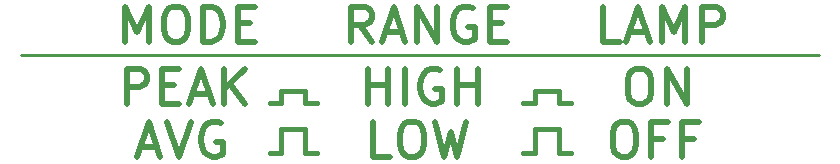
<source format=gbr>
%TF.GenerationSoftware,KiCad,Pcbnew,7.0.5-0*%
%TF.CreationDate,2024-04-21T21:04:40-04:00*%
%TF.ProjectId,swr_meter_top,7377725f-6d65-4746-9572-5f746f702e6b,rev?*%
%TF.SameCoordinates,Original*%
%TF.FileFunction,Legend,Top*%
%TF.FilePolarity,Positive*%
%FSLAX46Y46*%
G04 Gerber Fmt 4.6, Leading zero omitted, Abs format (unit mm)*
G04 Created by KiCad (PCBNEW 7.0.5-0) date 2024-04-21 21:04:40*
%MOMM*%
%LPD*%
G01*
G04 APERTURE LIST*
%ADD10C,0.400000*%
%ADD11C,0.250000*%
%ADD12C,0.500000*%
G04 APERTURE END LIST*
D10*
X128315882Y-95749992D02*
X129315882Y-95749992D01*
X147815882Y-93749992D02*
X149815882Y-93749992D01*
X126315882Y-93749992D02*
X128315882Y-93749992D01*
X149815882Y-90499992D02*
X149815882Y-91499992D01*
X147815882Y-95749992D02*
X147815882Y-93749992D01*
X128315882Y-93749992D02*
X128315882Y-95749992D01*
X126315882Y-90499992D02*
X128315882Y-90499992D01*
X149815882Y-91499992D02*
X150815882Y-91499992D01*
X126315882Y-91499992D02*
X126315882Y-90499992D01*
X146815882Y-91499992D02*
X147815882Y-91499992D01*
X128315882Y-90499992D02*
X128315882Y-91499992D01*
X146815882Y-95749992D02*
X147815882Y-95749992D01*
X149815882Y-93749992D02*
X149815882Y-95749992D01*
X125315882Y-95749992D02*
X126315882Y-95749992D01*
D11*
X171815882Y-87499992D02*
X104315882Y-87499992D01*
D10*
X125315882Y-91499992D02*
X126315882Y-91499992D01*
X147815882Y-90499992D02*
X149815882Y-90499992D01*
X149815882Y-95749992D02*
X150815882Y-95749992D01*
X128315882Y-91499992D02*
X129315882Y-91499992D01*
X126315882Y-95749992D02*
X126315882Y-93749992D01*
X147815882Y-91499992D02*
X147815882Y-90499992D01*
D12*
X113216256Y-91606849D02*
X113216256Y-88606849D01*
X113216256Y-88606849D02*
X114359113Y-88606849D01*
X114359113Y-88606849D02*
X114644828Y-88749706D01*
X114644828Y-88749706D02*
X114787685Y-88892563D01*
X114787685Y-88892563D02*
X114930542Y-89178277D01*
X114930542Y-89178277D02*
X114930542Y-89606849D01*
X114930542Y-89606849D02*
X114787685Y-89892563D01*
X114787685Y-89892563D02*
X114644828Y-90035420D01*
X114644828Y-90035420D02*
X114359113Y-90178277D01*
X114359113Y-90178277D02*
X113216256Y-90178277D01*
X116216256Y-90035420D02*
X117216256Y-90035420D01*
X117644828Y-91606849D02*
X116216256Y-91606849D01*
X116216256Y-91606849D02*
X116216256Y-88606849D01*
X116216256Y-88606849D02*
X117644828Y-88606849D01*
X118787685Y-90749706D02*
X120216257Y-90749706D01*
X118501971Y-91606849D02*
X119501971Y-88606849D01*
X119501971Y-88606849D02*
X120501971Y-91606849D01*
X121501971Y-91606849D02*
X121501971Y-88606849D01*
X123216257Y-91606849D02*
X121930543Y-89892563D01*
X123216257Y-88606849D02*
X121501971Y-90321134D01*
X133644827Y-91606849D02*
X133644827Y-88606849D01*
X133644827Y-90035420D02*
X135359113Y-90035420D01*
X135359113Y-91606849D02*
X135359113Y-88606849D01*
X136787684Y-91606849D02*
X136787684Y-88606849D01*
X139787684Y-88749706D02*
X139501970Y-88606849D01*
X139501970Y-88606849D02*
X139073398Y-88606849D01*
X139073398Y-88606849D02*
X138644827Y-88749706D01*
X138644827Y-88749706D02*
X138359112Y-89035420D01*
X138359112Y-89035420D02*
X138216255Y-89321134D01*
X138216255Y-89321134D02*
X138073398Y-89892563D01*
X138073398Y-89892563D02*
X138073398Y-90321134D01*
X138073398Y-90321134D02*
X138216255Y-90892563D01*
X138216255Y-90892563D02*
X138359112Y-91178277D01*
X138359112Y-91178277D02*
X138644827Y-91463992D01*
X138644827Y-91463992D02*
X139073398Y-91606849D01*
X139073398Y-91606849D02*
X139359112Y-91606849D01*
X139359112Y-91606849D02*
X139787684Y-91463992D01*
X139787684Y-91463992D02*
X139930541Y-91321134D01*
X139930541Y-91321134D02*
X139930541Y-90321134D01*
X139930541Y-90321134D02*
X139359112Y-90321134D01*
X141216255Y-91606849D02*
X141216255Y-88606849D01*
X141216255Y-90035420D02*
X142930541Y-90035420D01*
X142930541Y-91606849D02*
X142930541Y-88606849D01*
X156359111Y-88606849D02*
X156930539Y-88606849D01*
X156930539Y-88606849D02*
X157216254Y-88749706D01*
X157216254Y-88749706D02*
X157501968Y-89035420D01*
X157501968Y-89035420D02*
X157644825Y-89606849D01*
X157644825Y-89606849D02*
X157644825Y-90606849D01*
X157644825Y-90606849D02*
X157501968Y-91178277D01*
X157501968Y-91178277D02*
X157216254Y-91463992D01*
X157216254Y-91463992D02*
X156930539Y-91606849D01*
X156930539Y-91606849D02*
X156359111Y-91606849D01*
X156359111Y-91606849D02*
X156073397Y-91463992D01*
X156073397Y-91463992D02*
X155787682Y-91178277D01*
X155787682Y-91178277D02*
X155644825Y-90606849D01*
X155644825Y-90606849D02*
X155644825Y-89606849D01*
X155644825Y-89606849D02*
X155787682Y-89035420D01*
X155787682Y-89035420D02*
X156073397Y-88749706D01*
X156073397Y-88749706D02*
X156359111Y-88606849D01*
X158930539Y-91606849D02*
X158930539Y-88606849D01*
X158930539Y-88606849D02*
X160644825Y-91606849D01*
X160644825Y-91606849D02*
X160644825Y-88606849D01*
X113101597Y-86356849D02*
X113101597Y-83356849D01*
X113101597Y-83356849D02*
X114101597Y-85499706D01*
X114101597Y-85499706D02*
X115101597Y-83356849D01*
X115101597Y-83356849D02*
X115101597Y-86356849D01*
X117101597Y-83356849D02*
X117673025Y-83356849D01*
X117673025Y-83356849D02*
X117958740Y-83499706D01*
X117958740Y-83499706D02*
X118244454Y-83785420D01*
X118244454Y-83785420D02*
X118387311Y-84356849D01*
X118387311Y-84356849D02*
X118387311Y-85356849D01*
X118387311Y-85356849D02*
X118244454Y-85928277D01*
X118244454Y-85928277D02*
X117958740Y-86213992D01*
X117958740Y-86213992D02*
X117673025Y-86356849D01*
X117673025Y-86356849D02*
X117101597Y-86356849D01*
X117101597Y-86356849D02*
X116815883Y-86213992D01*
X116815883Y-86213992D02*
X116530168Y-85928277D01*
X116530168Y-85928277D02*
X116387311Y-85356849D01*
X116387311Y-85356849D02*
X116387311Y-84356849D01*
X116387311Y-84356849D02*
X116530168Y-83785420D01*
X116530168Y-83785420D02*
X116815883Y-83499706D01*
X116815883Y-83499706D02*
X117101597Y-83356849D01*
X119673025Y-86356849D02*
X119673025Y-83356849D01*
X119673025Y-83356849D02*
X120387311Y-83356849D01*
X120387311Y-83356849D02*
X120815882Y-83499706D01*
X120815882Y-83499706D02*
X121101597Y-83785420D01*
X121101597Y-83785420D02*
X121244454Y-84071134D01*
X121244454Y-84071134D02*
X121387311Y-84642563D01*
X121387311Y-84642563D02*
X121387311Y-85071134D01*
X121387311Y-85071134D02*
X121244454Y-85642563D01*
X121244454Y-85642563D02*
X121101597Y-85928277D01*
X121101597Y-85928277D02*
X120815882Y-86213992D01*
X120815882Y-86213992D02*
X120387311Y-86356849D01*
X120387311Y-86356849D02*
X119673025Y-86356849D01*
X122673025Y-84785420D02*
X123673025Y-84785420D01*
X124101597Y-86356849D02*
X122673025Y-86356849D01*
X122673025Y-86356849D02*
X122673025Y-83356849D01*
X122673025Y-83356849D02*
X124101597Y-83356849D01*
X133958739Y-86356849D02*
X132958739Y-84928277D01*
X132244453Y-86356849D02*
X132244453Y-83356849D01*
X132244453Y-83356849D02*
X133387310Y-83356849D01*
X133387310Y-83356849D02*
X133673025Y-83499706D01*
X133673025Y-83499706D02*
X133815882Y-83642563D01*
X133815882Y-83642563D02*
X133958739Y-83928277D01*
X133958739Y-83928277D02*
X133958739Y-84356849D01*
X133958739Y-84356849D02*
X133815882Y-84642563D01*
X133815882Y-84642563D02*
X133673025Y-84785420D01*
X133673025Y-84785420D02*
X133387310Y-84928277D01*
X133387310Y-84928277D02*
X132244453Y-84928277D01*
X135101596Y-85499706D02*
X136530168Y-85499706D01*
X134815882Y-86356849D02*
X135815882Y-83356849D01*
X135815882Y-83356849D02*
X136815882Y-86356849D01*
X137815882Y-86356849D02*
X137815882Y-83356849D01*
X137815882Y-83356849D02*
X139530168Y-86356849D01*
X139530168Y-86356849D02*
X139530168Y-83356849D01*
X142530168Y-83499706D02*
X142244454Y-83356849D01*
X142244454Y-83356849D02*
X141815882Y-83356849D01*
X141815882Y-83356849D02*
X141387311Y-83499706D01*
X141387311Y-83499706D02*
X141101596Y-83785420D01*
X141101596Y-83785420D02*
X140958739Y-84071134D01*
X140958739Y-84071134D02*
X140815882Y-84642563D01*
X140815882Y-84642563D02*
X140815882Y-85071134D01*
X140815882Y-85071134D02*
X140958739Y-85642563D01*
X140958739Y-85642563D02*
X141101596Y-85928277D01*
X141101596Y-85928277D02*
X141387311Y-86213992D01*
X141387311Y-86213992D02*
X141815882Y-86356849D01*
X141815882Y-86356849D02*
X142101596Y-86356849D01*
X142101596Y-86356849D02*
X142530168Y-86213992D01*
X142530168Y-86213992D02*
X142673025Y-86071134D01*
X142673025Y-86071134D02*
X142673025Y-85071134D01*
X142673025Y-85071134D02*
X142101596Y-85071134D01*
X143958739Y-84785420D02*
X144958739Y-84785420D01*
X145387311Y-86356849D02*
X143958739Y-86356849D01*
X143958739Y-86356849D02*
X143958739Y-83356849D01*
X143958739Y-83356849D02*
X145387311Y-83356849D01*
X154958739Y-86356849D02*
X153530167Y-86356849D01*
X153530167Y-86356849D02*
X153530167Y-83356849D01*
X155815881Y-85499706D02*
X157244453Y-85499706D01*
X155530167Y-86356849D02*
X156530167Y-83356849D01*
X156530167Y-83356849D02*
X157530167Y-86356849D01*
X158530167Y-86356849D02*
X158530167Y-83356849D01*
X158530167Y-83356849D02*
X159530167Y-85499706D01*
X159530167Y-85499706D02*
X160530167Y-83356849D01*
X160530167Y-83356849D02*
X160530167Y-86356849D01*
X161958738Y-86356849D02*
X161958738Y-83356849D01*
X161958738Y-83356849D02*
X163101595Y-83356849D01*
X163101595Y-83356849D02*
X163387310Y-83499706D01*
X163387310Y-83499706D02*
X163530167Y-83642563D01*
X163530167Y-83642563D02*
X163673024Y-83928277D01*
X163673024Y-83928277D02*
X163673024Y-84356849D01*
X163673024Y-84356849D02*
X163530167Y-84642563D01*
X163530167Y-84642563D02*
X163387310Y-84785420D01*
X163387310Y-84785420D02*
X163101595Y-84928277D01*
X163101595Y-84928277D02*
X161958738Y-84928277D01*
X114359113Y-95249706D02*
X115787685Y-95249706D01*
X114073399Y-96106849D02*
X115073399Y-93106849D01*
X115073399Y-93106849D02*
X116073399Y-96106849D01*
X116644828Y-93106849D02*
X117644828Y-96106849D01*
X117644828Y-96106849D02*
X118644828Y-93106849D01*
X121216257Y-93249706D02*
X120930543Y-93106849D01*
X120930543Y-93106849D02*
X120501971Y-93106849D01*
X120501971Y-93106849D02*
X120073400Y-93249706D01*
X120073400Y-93249706D02*
X119787685Y-93535420D01*
X119787685Y-93535420D02*
X119644828Y-93821134D01*
X119644828Y-93821134D02*
X119501971Y-94392563D01*
X119501971Y-94392563D02*
X119501971Y-94821134D01*
X119501971Y-94821134D02*
X119644828Y-95392563D01*
X119644828Y-95392563D02*
X119787685Y-95678277D01*
X119787685Y-95678277D02*
X120073400Y-95963992D01*
X120073400Y-95963992D02*
X120501971Y-96106849D01*
X120501971Y-96106849D02*
X120787685Y-96106849D01*
X120787685Y-96106849D02*
X121216257Y-95963992D01*
X121216257Y-95963992D02*
X121359114Y-95821134D01*
X121359114Y-95821134D02*
X121359114Y-94821134D01*
X121359114Y-94821134D02*
X120787685Y-94821134D01*
X135501970Y-96106849D02*
X134073398Y-96106849D01*
X134073398Y-96106849D02*
X134073398Y-93106849D01*
X137073398Y-93106849D02*
X137644826Y-93106849D01*
X137644826Y-93106849D02*
X137930541Y-93249706D01*
X137930541Y-93249706D02*
X138216255Y-93535420D01*
X138216255Y-93535420D02*
X138359112Y-94106849D01*
X138359112Y-94106849D02*
X138359112Y-95106849D01*
X138359112Y-95106849D02*
X138216255Y-95678277D01*
X138216255Y-95678277D02*
X137930541Y-95963992D01*
X137930541Y-95963992D02*
X137644826Y-96106849D01*
X137644826Y-96106849D02*
X137073398Y-96106849D01*
X137073398Y-96106849D02*
X136787684Y-95963992D01*
X136787684Y-95963992D02*
X136501969Y-95678277D01*
X136501969Y-95678277D02*
X136359112Y-95106849D01*
X136359112Y-95106849D02*
X136359112Y-94106849D01*
X136359112Y-94106849D02*
X136501969Y-93535420D01*
X136501969Y-93535420D02*
X136787684Y-93249706D01*
X136787684Y-93249706D02*
X137073398Y-93106849D01*
X139359112Y-93106849D02*
X140073398Y-96106849D01*
X140073398Y-96106849D02*
X140644826Y-93963992D01*
X140644826Y-93963992D02*
X141216255Y-96106849D01*
X141216255Y-96106849D02*
X141930541Y-93106849D01*
X155073396Y-93106849D02*
X155644824Y-93106849D01*
X155644824Y-93106849D02*
X155930539Y-93249706D01*
X155930539Y-93249706D02*
X156216253Y-93535420D01*
X156216253Y-93535420D02*
X156359110Y-94106849D01*
X156359110Y-94106849D02*
X156359110Y-95106849D01*
X156359110Y-95106849D02*
X156216253Y-95678277D01*
X156216253Y-95678277D02*
X155930539Y-95963992D01*
X155930539Y-95963992D02*
X155644824Y-96106849D01*
X155644824Y-96106849D02*
X155073396Y-96106849D01*
X155073396Y-96106849D02*
X154787682Y-95963992D01*
X154787682Y-95963992D02*
X154501967Y-95678277D01*
X154501967Y-95678277D02*
X154359110Y-95106849D01*
X154359110Y-95106849D02*
X154359110Y-94106849D01*
X154359110Y-94106849D02*
X154501967Y-93535420D01*
X154501967Y-93535420D02*
X154787682Y-93249706D01*
X154787682Y-93249706D02*
X155073396Y-93106849D01*
X158644824Y-94535420D02*
X157644824Y-94535420D01*
X157644824Y-96106849D02*
X157644824Y-93106849D01*
X157644824Y-93106849D02*
X159073396Y-93106849D01*
X161216253Y-94535420D02*
X160216253Y-94535420D01*
X160216253Y-96106849D02*
X160216253Y-93106849D01*
X160216253Y-93106849D02*
X161644825Y-93106849D01*
M02*

</source>
